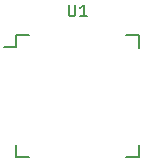
<source format=gto>
%TF.GenerationSoftware,KiCad,Pcbnew,(5.1.6-0-10_14)*%
%TF.CreationDate,2021-10-16T06:26:27+09:00*%
%TF.ProjectId,fiber_laser_test,66696265-725f-46c6-9173-65725f746573,rev?*%
%TF.SameCoordinates,Original*%
%TF.FileFunction,Legend,Top*%
%TF.FilePolarity,Positive*%
%FSLAX46Y46*%
G04 Gerber Fmt 4.6, Leading zero omitted, Abs format (unit mm)*
G04 Created by KiCad (PCBNEW (5.1.6-0-10_14)) date 2021-10-16 06:26:27*
%MOMM*%
%LPD*%
G01*
G04 APERTURE LIST*
%ADD10C,0.150000*%
G04 APERTURE END LIST*
D10*
%TO.C,U1*%
X178338001Y-59595000D02*
X178338001Y-60595000D01*
X188688001Y-59595000D02*
X188688001Y-60670000D01*
X188688001Y-69945000D02*
X188688001Y-68870000D01*
X178338001Y-69945000D02*
X178338001Y-68870000D01*
X178338001Y-59595000D02*
X179413001Y-59595000D01*
X178338001Y-69945000D02*
X179413001Y-69945000D01*
X188688001Y-69945000D02*
X187613001Y-69945000D01*
X188688001Y-59595000D02*
X187613001Y-59595000D01*
X178338001Y-60595000D02*
X177313001Y-60595000D01*
X182751096Y-57022380D02*
X182751096Y-57831904D01*
X182798715Y-57927142D01*
X182846334Y-57974761D01*
X182941572Y-58022380D01*
X183132048Y-58022380D01*
X183227286Y-57974761D01*
X183274905Y-57927142D01*
X183322524Y-57831904D01*
X183322524Y-57022380D01*
X184322524Y-58022380D02*
X183751096Y-58022380D01*
X184036810Y-58022380D02*
X184036810Y-57022380D01*
X183941572Y-57165238D01*
X183846334Y-57260476D01*
X183751096Y-57308095D01*
%TD*%
M02*

</source>
